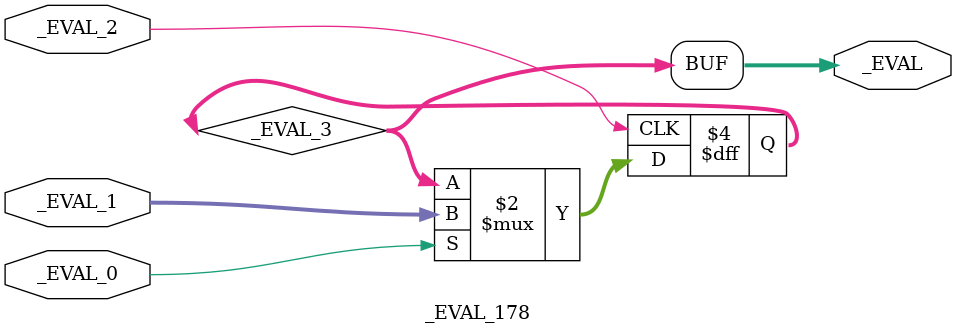
<source format=v>
module _EVAL_178(
  output [54:0] _EVAL,
  input         _EVAL_0,
  input  [54:0] _EVAL_1,
  input         _EVAL_2
);
`ifdef RANDOMIZE_REG_INIT
  reg [63:0] _RAND_0;
`endif // RANDOMIZE_REG_INIT
  reg [54:0] _EVAL_3;
  assign _EVAL = _EVAL_3;
  always @(posedge _EVAL_2) begin
    if (_EVAL_0) begin
      _EVAL_3 <= _EVAL_1;
    end
  end
// Register and memory initialization
`ifdef RANDOMIZE_GARBAGE_ASSIGN
`define RANDOMIZE
`endif
`ifdef RANDOMIZE_INVALID_ASSIGN
`define RANDOMIZE
`endif
`ifdef RANDOMIZE_REG_INIT
`define RANDOMIZE
`endif
`ifdef RANDOMIZE_MEM_INIT
`define RANDOMIZE
`endif
`ifndef RANDOM
`define RANDOM $random
`endif
`ifdef RANDOMIZE_MEM_INIT
  integer initvar;
`endif
`ifndef SYNTHESIS
`ifdef FIRRTL_BEFORE_INITIAL
`FIRRTL_BEFORE_INITIAL
`endif
initial begin
  `ifdef RANDOMIZE
    `ifdef INIT_RANDOM
      `INIT_RANDOM
    `endif
    `ifndef VERILATOR
      `ifdef RANDOMIZE_DELAY
        #`RANDOMIZE_DELAY begin end
      `else
        #0.002 begin end
      `endif
    `endif
`ifdef RANDOMIZE_REG_INIT
  _RAND_0 = {2{`RANDOM}};
  _EVAL_3 = _RAND_0[54:0];
`endif // RANDOMIZE_REG_INIT
  `endif // RANDOMIZE
end // initial
`ifdef FIRRTL_AFTER_INITIAL
`FIRRTL_AFTER_INITIAL
`endif
`endif // SYNTHESIS
endmodule

</source>
